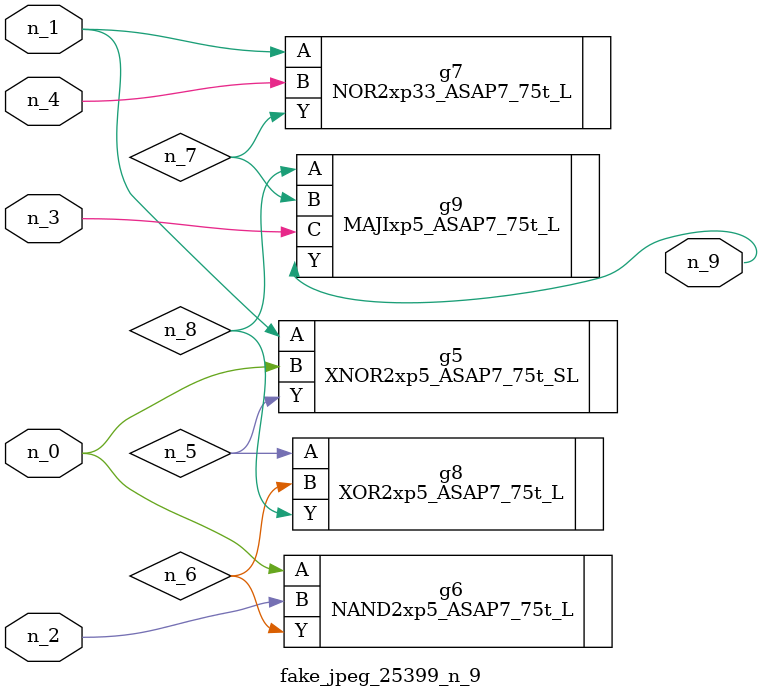
<source format=v>
module fake_jpeg_25399_n_9 (n_3, n_2, n_1, n_0, n_4, n_9);

input n_3;
input n_2;
input n_1;
input n_0;
input n_4;

output n_9;

wire n_8;
wire n_6;
wire n_5;
wire n_7;

XNOR2xp5_ASAP7_75t_SL g5 ( 
.A(n_1),
.B(n_0),
.Y(n_5)
);

NAND2xp5_ASAP7_75t_L g6 ( 
.A(n_0),
.B(n_2),
.Y(n_6)
);

NOR2xp33_ASAP7_75t_L g7 ( 
.A(n_1),
.B(n_4),
.Y(n_7)
);

XOR2xp5_ASAP7_75t_L g8 ( 
.A(n_5),
.B(n_6),
.Y(n_8)
);

MAJIxp5_ASAP7_75t_L g9 ( 
.A(n_8),
.B(n_7),
.C(n_3),
.Y(n_9)
);


endmodule
</source>
